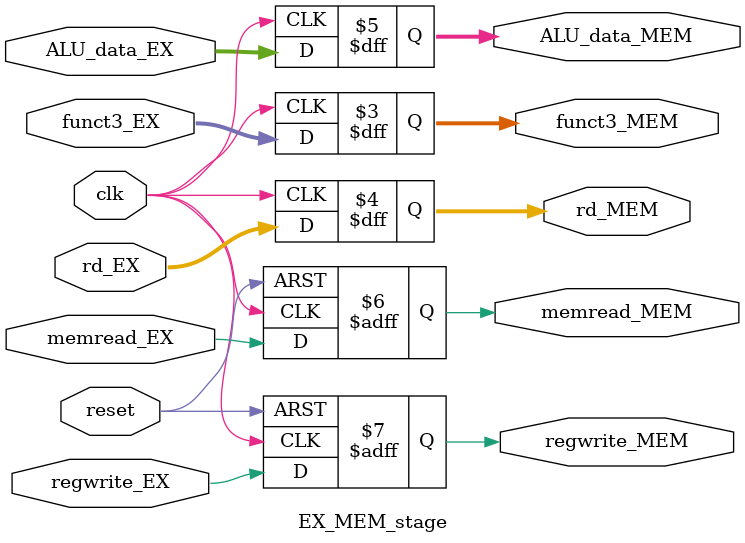
<source format=v>
`timescale 1ns / 1ps


module EX_MEM_stage(
    input clk,
    input reset,

    input memread_EX,
    input regwrite_EX,
    input [2:0] funct3_EX,
    input [4:0] rd_EX,
    input [31:0] ALU_data_EX,

    output reg memread_MEM,
    output reg regwrite_MEM,
    output reg [2:0] funct3_MEM,
    output reg [4:0] rd_MEM,
    output reg [31:0] ALU_data_MEM
    );
    
    always@(posedge clk or posedge reset) begin
        if (reset) begin
            memread_MEM <= 0;
            regwrite_MEM <= 0;
        end else begin
            memread_MEM <= memread_EX;
            regwrite_MEM <= regwrite_EX;
        end
    end
    
    always@(posedge clk) begin
        funct3_MEM <= funct3_EX;
        rd_MEM <= rd_EX;
        ALU_data_MEM <= ALU_data_EX;
    end

endmodule

</source>
